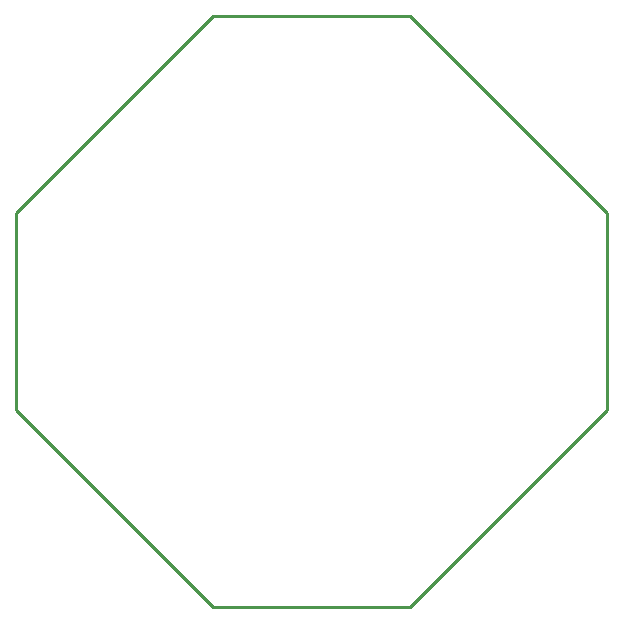
<source format=gko>
G04 Layer: BoardOutlineLayer*
G04 EasyEDA v6.5.9, 2022-09-28 16:40:11*
G04 a67cddfb3fce44daa9051d46cbbcc19f,10*
G04 Gerber Generator version 0.2*
G04 Scale: 100 percent, Rotated: No, Reflected: No *
G04 Dimensions in millimeters *
G04 leading zeros omitted , absolute positions ,4 integer and 5 decimal *
%FSLAX45Y45*%
%MOMM*%

%ADD10C,0.2540*%
D10*
X1666699Y5000099D02*
G01*
X3333399Y5000099D01*
X5000099Y3333399D01*
X5000099Y1666699D01*
X3333399Y0D01*
X1666699Y0D01*
X0Y1666699D01*
X0Y3333399D01*
X1666699Y5000099D01*

%LPD*%
M02*

</source>
